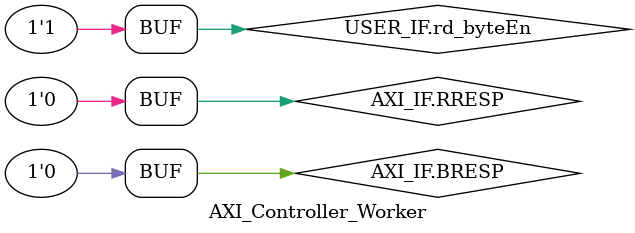
<source format=sv>
module AXI_Controller_Worker (
    Simple_Worker_Mem_IF.CONTROLLER USER_IF,
    AXI5_Lite_IF.WORKER AXI_IF
);

    // Buffers for incoming data
    logic [31:0] awaddr_latch;
    logic [ 0:0] awid_latch;
    logic [31:0] wdata_latch;
    logic [ 3:0] wstrb_latch;

    logic [31:0] araddr_latch;
    logic [ 0:0] arid_latch;
    logic [31:0] user_rddata_latch;

    // Status signals for synchronizing multiple channels
    logic write_address_latched;
    logic write_data_latched;
    logic write_user_handshake_done;
    logic write_done;

    logic read_address_latched;
    logic read_user_handshake_done;
    logic read_done;

    // Wire the clock and reset into the worker
    assign USER_IF.clock = AXI_IF.ACLK;
    assign USER_IF.reset_n = AXI_IF.ARESETn;
    
    // Reg used for bringing up READY signals after reset
    logic reset_latch;
    always @(posedge AXI_IF.ACLK) begin
        reset_latch <= AXI_IF.ARESETn;
    end

    ///////////////////////////////////////////////////////////////////////////
    ////                                                                   ////
    ////                    Write Channel Logic                            ////
    ////                                                                   ////
    ///////////////////////////////////////////////////////////////////////////

    // AWREADY generation
    // AWREADY is asserted HIGH by default to enable single-cycle transfers
    // It will go LOW when AWVALID is HIGH - i.e., when a write addr transfer
    //     is accepted.
    // Once LOW, it will remain so until:
    //     a.) A transfer is accepted on the write data channel
    //     AND
    //     b.) A transfer is accepted on the write response channel
    // i.e., until the end of the write transaction
    always_ff @(posedge AXI_IF.ACLK) begin
        if (AXI_IF.ARESETn == 1'b0) begin
            AXI_IF.AWREADY <= 1'b0;            
        end else begin
            if (AXI_IF.AWREADY && AXI_IF.AWVALID && !write_address_latched) begin
                AXI_IF.AWREADY <= 1'b0;
            end
            if (!AXI_IF.AWREADY && write_done) begin
                AXI_IF.AWREADY <= 1'b1;
            end
        end
    end

    // AWADDR latching
    // This block is responsible for capturing AWADDR, i.e. latching it in
    // It will capture the address on AWADDR when AWREADY and AWVALID are
    //     both HIGH
    always_ff @(posedge AXI_IF.ACLK) begin
        if (AXI_IF.ARESETn == 1'b0) begin
            awaddr_latch <= 'b0;
            awid_latch <= 'b0;
        end else begin
            if (AXI_IF.AWREADY && AXI_IF.AWVALID && !write_address_latched) begin
                awaddr_latch <= AXI_IF.AWADDR;
                awid_latch <= AXI_IF.AWID;
            end
        end
    end

    // WREADY generation
    // WREADY is asserted HIGH by default to enable single-cycle transfers
    // It will go LOW when WVALID is HIGH - i.e., when a write data transfer
    //     is accepted.
    // Once LOW it will remain so until:
    //     a.) A transfer is accepted on the write address channel
    //     AND
    //     b.) A transfer is accepted (by the manager) on the write response
    //             channel
    // i.e., until the end of the write transaction
    always_ff @(posedge AXI_IF.ACLK) begin
        if (AXI_IF.ARESETn == 1'b0) begin
            AXI_IF.WREADY <= 1'b0;
        end else begin
            if (AXI_IF.WREADY && AXI_IF.WVALID && !write_data_latched) begin
                AXI_IF.WREADY <= 1'b0;
            end
            if (!AXI_IF.AWREADY && write_done) begin
                AXI_IF.WREADY <= 1'b1;
            end
        end
    end

    // WDATA and WSTRB latching
    // This block is responsible for capturing WDATA, i.e. latching it in
    // It will capture the address on WDATA when WREADY and WVALID are
    //     both HIGH
    always_ff @(posedge AXI_IF.ACLK) begin
        if (AXI_IF.ARESETn == 1'b0) begin
            wdata_latch <= 'b0;
            wstrb_latch <= 'b0;
        end else begin
            if (AXI_IF.WREADY && AXI_IF.WVALID && !write_data_latched) begin
                wdata_latch <= AXI_IF.WDATA;
                wstrb_latch <= AXI_IF.WSTRB;
            end
        end
    end

    // BVALID generation
    // BVALID is LOW by default, because the worker is the source of the
    //     response
    // It will go HIGH when three conditions are met:
    //     a.) WDATA is latched in
    //     b.) AWADDR is latched in
    //     c.) A response has been generated
    // To keep this module (and peripherals) simple, we will use a
    //     hardcoded "OKAY" response - workers will not be able to indicate
    //     an error
    always_ff @(posedge AXI_IF.ACLK) begin
        if (AXI_IF.ARESETn == 1'b0) begin
            AXI_IF.BVALID <= 1'b0;
        end else begin
            if (write_user_handshake_done && !AXI_IF.BVALID) begin
                AXI_IF.BVALID <= 1'b1;
            end
            if (AXI_IF.BVALID && AXI_IF.BREADY) begin
                AXI_IF.BVALID <= 1'b0;
            end
        end
    end

    // USER_IF.wr_valid generation
    // USER_IF.wr_valid is LOW by default, because the controller initiates the
    //     handshake with the worker
    // It will go HIGH when two conditions are met:
    //     a.) WDATA is latched in
    //     b.) AWADDR is latched in
    // It will remain HIGH until the worker acknowledges the write by asserting
    //     USER_IF.wr_ready
    always_ff @(posedge AXI_IF.ACLK) begin
        if (AXI_IF.ARESETn == 1'b0) begin
            USER_IF.wr_valid <= 1'b0;
        end else begin
            if (write_data_latched && write_address_latched && !USER_IF.wr_valid) begin
                USER_IF.wr_valid <= 1'b1;
            end
            if (USER_IF.wr_valid && USER_IF.wr_ready) begin
                USER_IF.wr_valid <= 1'b0;
            end
        end
    end

    // Write channel control signals
    always_ff @(posedge AXI_IF.ACLK) begin
        if (AXI_IF.ARESETn == 1'b0) begin
            write_address_latched <= 1'b0;
            write_data_latched <= 1'b0;
            write_user_handshake_done <= 1'b0;
            write_done <= 1'b0;
        end else begin
            if (AXI_IF.AWREADY && AXI_IF.AWVALID && !write_address_latched) begin
                write_address_latched <= 1'b1;
            end
            if (AXI_IF.WREADY && AXI_IF.WVALID && !write_data_latched) begin
                write_data_latched <= 1'b1;
            end
            if (USER_IF.wr_valid && USER_IF.wr_ready) begin
                write_address_latched <= 1'b0;
                write_data_latched <= 1'b0;
                write_user_handshake_done <= 1'b1;
            end
            if (write_user_handshake_done && AXI_IF.BVALID && AXI_IF.BREADY) begin
                write_user_handshake_done <= 1'b0;
                write_done <= 1'b1;
            end
            // This block will assert write_done for 1 cycle when the AXI reset was LOW last cycle
            //     and high this one. What this does is signal to the READY signals to go HIGH
            //     once we come out of reset.
            if (!reset_latch) begin
                write_done <= 1'b1;
            end
            // write_done is a 1 cycle pulse to signal to the write address
            //     and data channels to get ready again
            if (write_done == 1'b1) begin
                write_done <= 1'b0;
            end
        end        
    end

    assign AXI_IF.BID = awid_latch;
    assign AXI_IF.BRESP = 3'b000;
    assign USER_IF.wr_addr = awaddr_latch;
    assign USER_IF.wr_data = wdata_latch;
    assign USER_IF.wr_byteEn = wstrb_latch;


    ///////////////////////////////////////////////////////////////////////////
    ////                                                                   ////
    ////                    Read Channel Logic                             ////
    ////                                                                   ////
    ///////////////////////////////////////////////////////////////////////////

    // ARREADY generation
    // ARREADY is asserted HIGH by default to enable single-cycle transfers
    // It will go LOW when ARVALID is HIGH - i.e., when a read addr transfer
    //     is accepted
    // Once LOW, it will remain so until:
    //     a.) A transfer is accepted on the read data/response channel
    // i.e., until the end of the read transaction
    always_ff @(posedge AXI_IF.ACLK) begin
        if (AXI_IF.ARESETn == 1'b0) begin
            AXI_IF.ARREADY <= 1'b0;
        end else begin
            if (AXI_IF.ARREADY && AXI_IF.ARVALID && !read_address_latched) begin
                AXI_IF.ARREADY <= 1'b0;
            end
            if (!AXI_IF.ARREADY && read_done) begin
                AXI_IF.ARREADY <= 1'b1;
            end
        end
    end

    // ARADDR latching
    // This block is responsible for capturing ARADDR, i.e. latching it in
    // It will capture the address on ARADDR when ARREADY and ARVALID are
    //     both HIGH
    always_ff @(posedge AXI_IF.ACLK) begin
        if (AXI_IF.ARESETn == 1'b0) begin
            araddr_latch <= 'b0;
            arid_latch <= 'b0;
        end else begin
            if (AXI_IF.ARREADY && AXI_IF.ARVALID && !read_address_latched) begin
                araddr_latch <= AXI_IF.ARADDR;
                arid_latch <= AXI_IF.ARID;
            end
        end
    end

    // USER_IF.rd_valid generation
    // USER_IF.rd_valid is asserted HIGH when the read address is latched in
    // It is LOW by default
    // Once HIGH, it will remain so until the handshake with user logic is
    //     complete - i.e., once user logic asserts USER_IF.rd_ready
    always_ff @(posedge AXI_IF.ACLK) begin
        if (AXI_IF.ARESETn == 1'b0) begin
            USER_IF.rd_valid <= 1'b0;
        end else begin
            if (!USER_IF.rd_valid && read_address_latched) begin
                USER_IF.rd_valid <= 1'b1;
            end
            if (USER_IF.rd_valid && USER_IF.rd_ready) begin
                USER_IF.rd_valid <= 1'b0;
            end
        end
    end

    // USER_IF.rd_data latching
    // This block is responsible for capturing the user's rd_data, i.e.
    //     latching it in when both rd_valid and rd_ready are HIGH 
    always_ff @(posedge AXI_IF.ACLK) begin
        if (AXI_IF.ARESETn == 1'b0) begin
            user_rddata_latch <= 'b0;
        end else begin
            if (USER_IF.rd_valid && USER_IF.rd_ready) begin
                user_rddata_latch <= USER_IF.rd_data;
            end
        end
    end

    // RVALID generation
    // RVALID is LOW by default, because the worker is the source of the
    //     response
    // It will go HIGH when the worker asserts rd_ready, and will remain
    //     so until RREADY goes HIGH
    always_ff @(posedge AXI_IF.ACLK) begin
        if (AXI_IF.ARESETn == 1'b0) begin
            AXI_IF.RVALID <= 1'b0;
        end else begin
            if (!AXI_IF.RVALID && read_user_handshake_done) begin
                AXI_IF.RVALID <= 1'b1;
            end
            if (AXI_IF.RREADY && AXI_IF.RVALID) begin
                AXI_IF.RVALID <= 1'b0;
            end
        end
    end    

    // Read channel control signals
    always_ff @(posedge AXI_IF.ACLK) begin
        if (AXI_IF.ARESETn == 1'b0) begin
            read_address_latched <= 1'b0;
            read_user_handshake_done <= 1'b0;
            read_done <= 1'b0;
        end else begin
            if (AXI_IF.ARREADY && AXI_IF.ARVALID && !read_address_latched) begin
                read_address_latched <= 1'b1;
            end
            if (USER_IF.rd_valid && USER_IF.rd_ready && read_address_latched) begin
                read_address_latched <= 1'b0;
                read_user_handshake_done <= 1'b1;
            end
            if (read_user_handshake_done && AXI_IF.RVALID && AXI_IF.RREADY) begin
                read_user_handshake_done <= 1'b0;
                read_done <= 1'b1;
            end
            // This block will assert read_done for 1 cycle when the AXI reset was LOW last cycle
            //     and high this one. What this does is signal to the READY signals to go HIGH
            //     when we come out of reset
            if (!reset_latch) begin
                read_done <= 1'b1;
            end
            // read_done is a 1 cycle pulse to signal to the read address
            //     channel to get ready again
            if (read_done) begin
                read_done <= 1'b0;
            end
        end
    end

    assign USER_IF.rd_addr = araddr_latch;
    assign USER_IF.rd_byteEn = 4'b1111;
    // To keep this module (and peripherals) simple, we will use a
    //     hardcoded "OKAY" response - workers will not be able to indicate
    //     an error for now
    // TODO: allow workers to generate a response to reads
    assign AXI_IF.RRESP = 3'b000;
    assign AXI_IF.RID = arid_latch;
    assign AXI_IF.RDATA = user_rddata_latch;
endmodule

</source>
